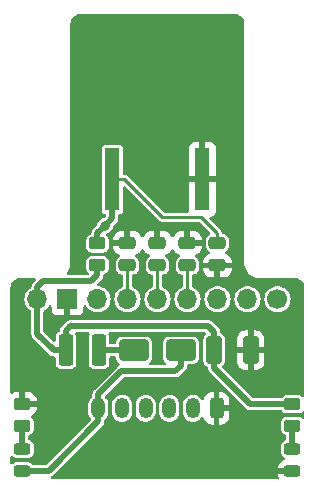
<source format=gbr>
%TF.GenerationSoftware,KiCad,Pcbnew,7.0.1*%
%TF.CreationDate,2023-05-06T15:32:37-03:00*%
%TF.ProjectId,Analog_Control,416e616c-6f67-45f4-936f-6e74726f6c2e,rev?*%
%TF.SameCoordinates,Original*%
%TF.FileFunction,Copper,L1,Top*%
%TF.FilePolarity,Positive*%
%FSLAX46Y46*%
G04 Gerber Fmt 4.6, Leading zero omitted, Abs format (unit mm)*
G04 Created by KiCad (PCBNEW 7.0.1) date 2023-05-06 15:32:37*
%MOMM*%
%LPD*%
G01*
G04 APERTURE LIST*
G04 Aperture macros list*
%AMRoundRect*
0 Rectangle with rounded corners*
0 $1 Rounding radius*
0 $2 $3 $4 $5 $6 $7 $8 $9 X,Y pos of 4 corners*
0 Add a 4 corners polygon primitive as box body*
4,1,4,$2,$3,$4,$5,$6,$7,$8,$9,$2,$3,0*
0 Add four circle primitives for the rounded corners*
1,1,$1+$1,$2,$3*
1,1,$1+$1,$4,$5*
1,1,$1+$1,$6,$7*
1,1,$1+$1,$8,$9*
0 Add four rect primitives between the rounded corners*
20,1,$1+$1,$2,$3,$4,$5,0*
20,1,$1+$1,$4,$5,$6,$7,0*
20,1,$1+$1,$6,$7,$8,$9,0*
20,1,$1+$1,$8,$9,$2,$3,0*%
G04 Aperture macros list end*
%TA.AperFunction,ComponentPad*%
%ADD10O,1.200000X1.750000*%
%TD*%
%TA.AperFunction,ComponentPad*%
%ADD11RoundRect,0.300000X-0.300000X-0.575000X0.300000X-0.575000X0.300000X0.575000X-0.300000X0.575000X0*%
%TD*%
%TA.AperFunction,SMDPad,CuDef*%
%ADD12RoundRect,0.250000X-0.412500X-0.925000X0.412500X-0.925000X0.412500X0.925000X-0.412500X0.925000X0*%
%TD*%
%TA.AperFunction,SMDPad,CuDef*%
%ADD13RoundRect,0.250000X-1.000000X-0.650000X1.000000X-0.650000X1.000000X0.650000X-1.000000X0.650000X0*%
%TD*%
%TA.AperFunction,SMDPad,CuDef*%
%ADD14RoundRect,0.243750X0.456250X-0.243750X0.456250X0.243750X-0.456250X0.243750X-0.456250X-0.243750X0*%
%TD*%
%TA.AperFunction,SMDPad,CuDef*%
%ADD15R,1.270000X5.334000*%
%TD*%
%TA.AperFunction,SMDPad,CuDef*%
%ADD16RoundRect,0.250000X0.475000X-0.250000X0.475000X0.250000X-0.475000X0.250000X-0.475000X-0.250000X0*%
%TD*%
%TA.AperFunction,SMDPad,CuDef*%
%ADD17RoundRect,0.250000X0.450000X-0.262500X0.450000X0.262500X-0.450000X0.262500X-0.450000X-0.262500X0*%
%TD*%
%TA.AperFunction,SMDPad,CuDef*%
%ADD18RoundRect,0.250000X-0.450000X0.262500X-0.450000X-0.262500X0.450000X-0.262500X0.450000X0.262500X0*%
%TD*%
%TA.AperFunction,ComponentPad*%
%ADD19C,1.700000*%
%TD*%
%TA.AperFunction,ComponentPad*%
%ADD20O,1.700000X1.700000*%
%TD*%
%TA.AperFunction,ComponentPad*%
%ADD21R,1.700000X1.700000*%
%TD*%
%TA.AperFunction,SMDPad,CuDef*%
%ADD22RoundRect,0.250000X0.375000X1.075000X-0.375000X1.075000X-0.375000X-1.075000X0.375000X-1.075000X0*%
%TD*%
%TA.AperFunction,SMDPad,CuDef*%
%ADD23RoundRect,0.250000X-0.475000X0.250000X-0.475000X-0.250000X0.475000X-0.250000X0.475000X0.250000X0*%
%TD*%
%TA.AperFunction,ViaPad*%
%ADD24C,0.800000*%
%TD*%
%TA.AperFunction,Conductor*%
%ADD25C,0.250000*%
%TD*%
%TA.AperFunction,Conductor*%
%ADD26C,0.500000*%
%TD*%
G04 APERTURE END LIST*
D10*
%TO.P,J1,1,Pin_1*%
%TO.N,VCC*%
X148670000Y-114644000D03*
%TO.P,J1,2,Pin_2*%
%TO.N,FLEX*%
X150670000Y-114644000D03*
%TO.P,J1,3,Pin_3*%
%TO.N,X_AXIS*%
X152670000Y-114644000D03*
%TO.P,J1,4,Pin_4*%
%TO.N,Y_AXIS*%
X154670000Y-114644000D03*
%TO.P,J1,5,Pin_5*%
%TO.N,Z_AXIS*%
X156670000Y-114644000D03*
D11*
%TO.P,J1,6,Pin_6*%
%TO.N,GND*%
X158670000Y-114644000D03*
%TD*%
D12*
%TO.P,C1,1*%
%TO.N,+5V*%
X158482500Y-109728000D03*
%TO.P,C1,2*%
%TO.N,GND*%
X161557500Y-109728000D03*
%TD*%
D13*
%TO.P,D2,1,K*%
%TO.N,Net-(D2-K)*%
X151670000Y-109728000D03*
%TO.P,D2,2,A*%
%TO.N,VCC*%
X155670000Y-109728000D03*
%TD*%
D14*
%TO.P,D3,1,K*%
%TO.N,VCC*%
X142240000Y-119960000D03*
%TO.P,D3,2,A*%
%TO.N,Net-(D3-A)*%
X142240000Y-118085000D03*
%TD*%
D15*
%TO.P,J3,1,Pin_1*%
%TO.N,FLEX*%
X149860000Y-95250000D03*
%TO.P,J3,4,Pin_4*%
%TO.N,GND*%
X157480000Y-95250000D03*
%TD*%
D16*
%TO.P,C3,1*%
%TO.N,Y_AXIS*%
X153670000Y-102550000D03*
%TO.P,C3,2*%
%TO.N,GND*%
X153670000Y-100650000D03*
%TD*%
D17*
%TO.P,R3,1*%
%TO.N,Net-(D3-A)*%
X142240000Y-116125000D03*
%TO.P,R3,2*%
%TO.N,GND*%
X142240000Y-114300000D03*
%TD*%
D18*
%TO.P,R2,1*%
%TO.N,+5V*%
X165100000Y-114300000D03*
%TO.P,R2,2*%
%TO.N,Net-(D1-A)*%
X165100000Y-116125000D03*
%TD*%
D19*
%TO.P,J2,1,Pin_1*%
%TO.N,unconnected-(J2-Pin_1-Pad1)*%
X163830000Y-105410000D03*
D20*
%TO.P,J2,2,Pin_2*%
%TO.N,unconnected-(J2-Pin_2-Pad2)*%
X161290000Y-105410000D03*
%TO.P,J2,3,Pin_3*%
%TO.N,unconnected-(J2-Pin_3-Pad3)*%
X158750000Y-105410000D03*
%TO.P,J2,4,Pin_4*%
%TO.N,Z_AXIS*%
X156210000Y-105410000D03*
%TO.P,J2,5,Pin_5*%
%TO.N,Y_AXIS*%
X153670000Y-105410000D03*
%TO.P,J2,6,Pin_6*%
%TO.N,X_AXIS*%
X151130000Y-105410000D03*
%TO.P,J2,7,Pin_7*%
%TO.N,unconnected-(J2-Pin_7-Pad7)*%
X148590000Y-105410000D03*
D21*
%TO.P,J2,8,Pin_8*%
%TO.N,GND*%
X146050000Y-105410000D03*
D20*
%TO.P,J2,9,Pin_9*%
%TO.N,+5V*%
X143510000Y-105410000D03*
%TD*%
D14*
%TO.P,D1,1,K*%
%TO.N,GND*%
X165100000Y-119960000D03*
%TO.P,D1,2,A*%
%TO.N,Net-(D1-A)*%
X165100000Y-118085000D03*
%TD*%
D22*
%TO.P,F1,1*%
%TO.N,Net-(D2-K)*%
X148720000Y-109728000D03*
%TO.P,F1,2*%
%TO.N,+5V*%
X145920000Y-109728000D03*
%TD*%
D16*
%TO.P,C2,1*%
%TO.N,X_AXIS*%
X151130000Y-102550000D03*
%TO.P,C2,2*%
%TO.N,GND*%
X151130000Y-100650000D03*
%TD*%
D17*
%TO.P,R1,1*%
%TO.N,+5V*%
X148590000Y-102512500D03*
%TO.P,R1,2*%
%TO.N,FLEX*%
X148590000Y-100687500D03*
%TD*%
D23*
%TO.P,C5,1*%
%TO.N,FLEX*%
X158750000Y-100650000D03*
%TO.P,C5,2*%
%TO.N,GND*%
X158750000Y-102550000D03*
%TD*%
D16*
%TO.P,C4,1*%
%TO.N,Z_AXIS*%
X156210000Y-102550000D03*
%TO.P,C4,2*%
%TO.N,GND*%
X156210000Y-100650000D03*
%TD*%
D24*
%TO.N,GND*%
X157480000Y-91643200D03*
X160375600Y-102565200D03*
X151130000Y-99263200D03*
X153670000Y-99263200D03*
X156210000Y-99263200D03*
X160020000Y-82296000D03*
X141986000Y-104394000D03*
X144678400Y-107188000D03*
X165354000Y-104394000D03*
X147320000Y-82296000D03*
X163144200Y-109728000D03*
%TO.N,FLEX*%
X149225000Y-99187000D03*
%TD*%
D25*
%TO.N,FLEX*%
X150876000Y-95250000D02*
X149860000Y-95250000D01*
X154076400Y-98450400D02*
X150876000Y-95250000D01*
X157378400Y-98450400D02*
X154076400Y-98450400D01*
X158750000Y-99822000D02*
X157378400Y-98450400D01*
X158750000Y-100650000D02*
X158750000Y-99822000D01*
D26*
%TO.N,+5V*%
X143510000Y-108356400D02*
X143510000Y-105410000D01*
X144881600Y-109728000D02*
X143510000Y-108356400D01*
X145920000Y-109728000D02*
X144881600Y-109728000D01*
X148590000Y-103378000D02*
X148590000Y-102512500D01*
X158482500Y-111238500D02*
X161544000Y-114300000D01*
X146304000Y-107696000D02*
X157988000Y-107696000D01*
X143510000Y-104394000D02*
X144018000Y-103886000D01*
X161544000Y-114300000D02*
X165100000Y-114300000D01*
X158482500Y-109728000D02*
X158482500Y-111238500D01*
X143510000Y-105410000D02*
X143510000Y-104394000D01*
X157988000Y-107696000D02*
X158482500Y-108190500D01*
X144018000Y-103886000D02*
X148082000Y-103886000D01*
X158482500Y-108190500D02*
X158482500Y-109728000D01*
X145920000Y-108080000D02*
X146304000Y-107696000D01*
X145920000Y-109728000D02*
X145920000Y-108080000D01*
X148082000Y-103886000D02*
X148590000Y-103378000D01*
D25*
%TO.N,X_AXIS*%
X151130000Y-102550000D02*
X151130000Y-105410000D01*
%TO.N,Y_AXIS*%
X153670000Y-102550000D02*
X153670000Y-105410000D01*
%TO.N,Z_AXIS*%
X156210000Y-102550000D02*
X156210000Y-105410000D01*
D26*
%TO.N,FLEX*%
X149860000Y-98552000D02*
X149860000Y-95250000D01*
X148590000Y-99822000D02*
X149225000Y-99187000D01*
X149225000Y-99187000D02*
X149860000Y-98552000D01*
X148590000Y-100687500D02*
X148590000Y-99822000D01*
%TO.N,Net-(D1-A)*%
X165100000Y-118085000D02*
X165100000Y-116125000D01*
%TO.N,Net-(D2-K)*%
X151670000Y-109728000D02*
X148720000Y-109728000D01*
%TO.N,VCC*%
X155670000Y-111030000D02*
X155670000Y-109728000D01*
X150622000Y-111506000D02*
X155194000Y-111506000D01*
X148670000Y-113458000D02*
X150622000Y-111506000D01*
X155194000Y-111506000D02*
X155670000Y-111030000D01*
X144454000Y-119960000D02*
X148670000Y-115744000D01*
X148670000Y-114644000D02*
X148670000Y-113458000D01*
X148670000Y-115744000D02*
X148670000Y-114644000D01*
X142240000Y-119960000D02*
X144454000Y-119960000D01*
%TO.N,Net-(D3-A)*%
X142240000Y-118085000D02*
X142240000Y-116125000D01*
%TD*%
%TA.AperFunction,Conductor*%
%TO.N,GND*%
G36*
X157714815Y-108215913D02*
G01*
X157760427Y-108258380D01*
X157780108Y-108317512D01*
X157769042Y-108378843D01*
X157729937Y-108427369D01*
X157709595Y-108442595D01*
X157622658Y-108558731D01*
X157571959Y-108694660D01*
X157565500Y-108754744D01*
X157565500Y-110701257D01*
X157571959Y-110761338D01*
X157622658Y-110897268D01*
X157709595Y-111013404D01*
X157770050Y-111058659D01*
X157825733Y-111100342D01*
X157894831Y-111126114D01*
X157935550Y-111150934D01*
X157964130Y-111189113D01*
X157976474Y-111235179D01*
X157977679Y-111252027D01*
X157978000Y-111261016D01*
X157978000Y-111274587D01*
X157979929Y-111288008D01*
X157980890Y-111296941D01*
X157984460Y-111346842D01*
X157986121Y-111351295D01*
X157992782Y-111377395D01*
X157993457Y-111382095D01*
X158014236Y-111427595D01*
X158017670Y-111435885D01*
X158029269Y-111466982D01*
X158035157Y-111482768D01*
X158038003Y-111486569D01*
X158051744Y-111509727D01*
X158053720Y-111514055D01*
X158053723Y-111514058D01*
X158086476Y-111551857D01*
X158092108Y-111558846D01*
X158100249Y-111569720D01*
X158109835Y-111579306D01*
X158115964Y-111585888D01*
X158148725Y-111623696D01*
X158152723Y-111626265D01*
X158173697Y-111643168D01*
X161139332Y-114608803D01*
X161156230Y-114629770D01*
X161158804Y-114633775D01*
X161196619Y-114666542D01*
X161203173Y-114672644D01*
X161212779Y-114682250D01*
X161223645Y-114690384D01*
X161230628Y-114696011D01*
X161268441Y-114728776D01*
X161268442Y-114728777D01*
X161272758Y-114730748D01*
X161295924Y-114744492D01*
X161299733Y-114747343D01*
X161346605Y-114764825D01*
X161354892Y-114768257D01*
X161400404Y-114789042D01*
X161405099Y-114789716D01*
X161431207Y-114796379D01*
X161435658Y-114798040D01*
X161485554Y-114801608D01*
X161494484Y-114802569D01*
X161507914Y-114804500D01*
X161507917Y-114804500D01*
X161521484Y-114804500D01*
X161530470Y-114804820D01*
X161580360Y-114808389D01*
X161585003Y-114807378D01*
X161611784Y-114804500D01*
X164137889Y-114804500D01*
X164194289Y-114817828D01*
X164238758Y-114854992D01*
X164289595Y-114922904D01*
X164405731Y-115009841D01*
X164405732Y-115009841D01*
X164405733Y-115009842D01*
X164541658Y-115060540D01*
X164601745Y-115067000D01*
X165598254Y-115066999D01*
X165598257Y-115066999D01*
X165624006Y-115064230D01*
X165658342Y-115060540D01*
X165794267Y-115009842D01*
X165910404Y-114922904D01*
X165910404Y-114922903D01*
X165913992Y-114920218D01*
X165978270Y-114895588D01*
X166045900Y-114908415D01*
X166096697Y-114954869D01*
X166115500Y-115021087D01*
X166115500Y-115403913D01*
X166096697Y-115470131D01*
X166045900Y-115516585D01*
X165978270Y-115529412D01*
X165913992Y-115504782D01*
X165794268Y-115415158D01*
X165658339Y-115364459D01*
X165598255Y-115358000D01*
X164601742Y-115358000D01*
X164541661Y-115364459D01*
X164405731Y-115415158D01*
X164289595Y-115502095D01*
X164202658Y-115618231D01*
X164151959Y-115754160D01*
X164145500Y-115814244D01*
X164145500Y-116435757D01*
X164151959Y-116495838D01*
X164202658Y-116631768D01*
X164289595Y-116747904D01*
X164405731Y-116834841D01*
X164405732Y-116834841D01*
X164405733Y-116834842D01*
X164513536Y-116875050D01*
X164556450Y-116901915D01*
X164585327Y-116943505D01*
X164595500Y-116993105D01*
X164595500Y-117239984D01*
X164585327Y-117289584D01*
X164556450Y-117331175D01*
X164513532Y-117358040D01*
X164402508Y-117399449D01*
X164287810Y-117485310D01*
X164201949Y-117600008D01*
X164151880Y-117734250D01*
X164145500Y-117793591D01*
X164145500Y-118376411D01*
X164151879Y-118435748D01*
X164201949Y-118569991D01*
X164287810Y-118684689D01*
X164402506Y-118770549D01*
X164402509Y-118770551D01*
X164410908Y-118773683D01*
X164461529Y-118808572D01*
X164489616Y-118863263D01*
X164488479Y-118924735D01*
X164458389Y-118978350D01*
X164406510Y-119011343D01*
X164327290Y-119037594D01*
X164179306Y-119128871D01*
X164056371Y-119251806D01*
X163965096Y-119399787D01*
X163910407Y-119564827D01*
X163900000Y-119666696D01*
X163900000Y-119710000D01*
X165224000Y-119710000D01*
X165287000Y-119726881D01*
X165333119Y-119773000D01*
X165350000Y-119836000D01*
X165350000Y-120084000D01*
X165333119Y-120147000D01*
X165287000Y-120193119D01*
X165224000Y-120210000D01*
X163900000Y-120210000D01*
X163900000Y-120253304D01*
X163910407Y-120355172D01*
X163953052Y-120483867D01*
X163957981Y-120542668D01*
X163935598Y-120597264D01*
X163890813Y-120635684D01*
X163833447Y-120649500D01*
X144747391Y-120649500D01*
X144680791Y-120630460D01*
X144634319Y-120579093D01*
X144622020Y-120510925D01*
X144647612Y-120446558D01*
X144684575Y-120419297D01*
X144683758Y-120418205D01*
X144698264Y-120407343D01*
X144698267Y-120407343D01*
X144702070Y-120404495D01*
X144725238Y-120390749D01*
X144729558Y-120388777D01*
X144767364Y-120356016D01*
X144774343Y-120350392D01*
X144785221Y-120342250D01*
X144794831Y-120332639D01*
X144801370Y-120326550D01*
X144839196Y-120293775D01*
X144841767Y-120289773D01*
X144858665Y-120268804D01*
X148978804Y-116148665D01*
X148999773Y-116131767D01*
X149003775Y-116129196D01*
X149036550Y-116091370D01*
X149042639Y-116084831D01*
X149052250Y-116075221D01*
X149060386Y-116064351D01*
X149066010Y-116057371D01*
X149098777Y-116019558D01*
X149100751Y-116015234D01*
X149114498Y-115992064D01*
X149117342Y-115988267D01*
X149134819Y-115941404D01*
X149138256Y-115933109D01*
X149159041Y-115887598D01*
X149159040Y-115887598D01*
X149159042Y-115887596D01*
X149159716Y-115882901D01*
X149166380Y-115856789D01*
X149168040Y-115852342D01*
X149171608Y-115802439D01*
X149172567Y-115793523D01*
X149174500Y-115780083D01*
X149174500Y-115766516D01*
X149174821Y-115757528D01*
X149175559Y-115747209D01*
X149178389Y-115707640D01*
X149177378Y-115702996D01*
X149174500Y-115676216D01*
X149174500Y-115669921D01*
X149186145Y-115617015D01*
X149218929Y-115573889D01*
X149294020Y-115510106D01*
X149332770Y-115459131D01*
X149406502Y-115362139D01*
X149484545Y-115193452D01*
X149524500Y-115011933D01*
X149524500Y-114965336D01*
X149815500Y-114965336D01*
X149830556Y-115103774D01*
X149889902Y-115279909D01*
X149961041Y-115398143D01*
X149985727Y-115439171D01*
X150071208Y-115529412D01*
X150113547Y-115574109D01*
X150267383Y-115678412D01*
X150267384Y-115678412D01*
X150267385Y-115678413D01*
X150440049Y-115747209D01*
X150530375Y-115762017D01*
X150623464Y-115777278D01*
X150623464Y-115777277D01*
X150623465Y-115777278D01*
X150809058Y-115767216D01*
X150988148Y-115717492D01*
X151152362Y-115630431D01*
X151294021Y-115510105D01*
X151406502Y-115362139D01*
X151484545Y-115193452D01*
X151524500Y-115011933D01*
X151524500Y-114965336D01*
X151815500Y-114965336D01*
X151830556Y-115103774D01*
X151889902Y-115279909D01*
X151961041Y-115398143D01*
X151985727Y-115439171D01*
X152071208Y-115529412D01*
X152113547Y-115574109D01*
X152267383Y-115678412D01*
X152267384Y-115678412D01*
X152267385Y-115678413D01*
X152440049Y-115747209D01*
X152530375Y-115762017D01*
X152623464Y-115777278D01*
X152623464Y-115777277D01*
X152623465Y-115777278D01*
X152809058Y-115767216D01*
X152988148Y-115717492D01*
X153152362Y-115630431D01*
X153294021Y-115510105D01*
X153406502Y-115362139D01*
X153484545Y-115193452D01*
X153524500Y-115011933D01*
X153524500Y-114965336D01*
X153815500Y-114965336D01*
X153830556Y-115103774D01*
X153889902Y-115279909D01*
X153961041Y-115398143D01*
X153985727Y-115439171D01*
X154071208Y-115529412D01*
X154113547Y-115574109D01*
X154267383Y-115678412D01*
X154267384Y-115678412D01*
X154267385Y-115678413D01*
X154440049Y-115747209D01*
X154530375Y-115762017D01*
X154623464Y-115777278D01*
X154623464Y-115777277D01*
X154623465Y-115777278D01*
X154809058Y-115767216D01*
X154988148Y-115717492D01*
X155152362Y-115630431D01*
X155294021Y-115510105D01*
X155406502Y-115362139D01*
X155484545Y-115193452D01*
X155524500Y-115011933D01*
X155524500Y-114965336D01*
X155815500Y-114965336D01*
X155830556Y-115103774D01*
X155889902Y-115279909D01*
X155961041Y-115398143D01*
X155985727Y-115439171D01*
X156071208Y-115529412D01*
X156113547Y-115574109D01*
X156267383Y-115678412D01*
X156267384Y-115678412D01*
X156267385Y-115678413D01*
X156440049Y-115747209D01*
X156530375Y-115762017D01*
X156623464Y-115777278D01*
X156623464Y-115777277D01*
X156623465Y-115777278D01*
X156809058Y-115767216D01*
X156988148Y-115717492D01*
X157152362Y-115630431D01*
X157294021Y-115510105D01*
X157378362Y-115399156D01*
X157431691Y-115358495D01*
X157498331Y-115350954D01*
X157559400Y-115378671D01*
X157597597Y-115433795D01*
X157644662Y-115568302D01*
X157740577Y-115720949D01*
X157868050Y-115848422D01*
X158020694Y-115944335D01*
X158190856Y-116003876D01*
X158325077Y-116019000D01*
X158420000Y-116019000D01*
X158420000Y-114894000D01*
X158920000Y-114894000D01*
X158920000Y-116019000D01*
X159014923Y-116019000D01*
X159149143Y-116003876D01*
X159319305Y-115944335D01*
X159471949Y-115848422D01*
X159599422Y-115720949D01*
X159695335Y-115568305D01*
X159754876Y-115398143D01*
X159770000Y-115263923D01*
X159770000Y-114894000D01*
X158920000Y-114894000D01*
X158420000Y-114894000D01*
X158420000Y-113269000D01*
X158920000Y-113269000D01*
X158920000Y-114394000D01*
X159770000Y-114394000D01*
X159770000Y-114024077D01*
X159754876Y-113889856D01*
X159695335Y-113719694D01*
X159599422Y-113567050D01*
X159471949Y-113439577D01*
X159319305Y-113343664D01*
X159149143Y-113284123D01*
X159014923Y-113269000D01*
X158920000Y-113269000D01*
X158420000Y-113269000D01*
X158325077Y-113269000D01*
X158190856Y-113284123D01*
X158020694Y-113343664D01*
X157868050Y-113439577D01*
X157740577Y-113567050D01*
X157644662Y-113719697D01*
X157597909Y-113853313D01*
X157557062Y-113910588D01*
X157491875Y-113937036D01*
X157422669Y-113924415D01*
X157371018Y-113876660D01*
X157354273Y-113848829D01*
X157226454Y-113713892D01*
X157226453Y-113713891D01*
X157226452Y-113713890D01*
X157072616Y-113609587D01*
X156899949Y-113540790D01*
X156716535Y-113510721D01*
X156530941Y-113520784D01*
X156351853Y-113570507D01*
X156187636Y-113657569D01*
X156045979Y-113777893D01*
X155933498Y-113925860D01*
X155855454Y-114094551D01*
X155815500Y-114276066D01*
X155815500Y-114965336D01*
X155524500Y-114965336D01*
X155524500Y-114322668D01*
X155509443Y-114184225D01*
X155450097Y-114008090D01*
X155371016Y-113876657D01*
X155354273Y-113848829D01*
X155226454Y-113713892D01*
X155226453Y-113713891D01*
X155226452Y-113713890D01*
X155072616Y-113609587D01*
X154899949Y-113540790D01*
X154716535Y-113510721D01*
X154530941Y-113520784D01*
X154351853Y-113570507D01*
X154187636Y-113657569D01*
X154045979Y-113777893D01*
X153933498Y-113925860D01*
X153855454Y-114094551D01*
X153815500Y-114276066D01*
X153815500Y-114965336D01*
X153524500Y-114965336D01*
X153524500Y-114322668D01*
X153509443Y-114184225D01*
X153450097Y-114008090D01*
X153371016Y-113876657D01*
X153354273Y-113848829D01*
X153226454Y-113713892D01*
X153226453Y-113713891D01*
X153226452Y-113713890D01*
X153072616Y-113609587D01*
X152899949Y-113540790D01*
X152716535Y-113510721D01*
X152530941Y-113520784D01*
X152351853Y-113570507D01*
X152187636Y-113657569D01*
X152045979Y-113777893D01*
X151933498Y-113925860D01*
X151855454Y-114094551D01*
X151815500Y-114276066D01*
X151815500Y-114965336D01*
X151524500Y-114965336D01*
X151524500Y-114322668D01*
X151509443Y-114184225D01*
X151450097Y-114008090D01*
X151371016Y-113876657D01*
X151354273Y-113848829D01*
X151226454Y-113713892D01*
X151226453Y-113713891D01*
X151226452Y-113713890D01*
X151072616Y-113609587D01*
X150899949Y-113540790D01*
X150716535Y-113510721D01*
X150530941Y-113520784D01*
X150351853Y-113570507D01*
X150187636Y-113657569D01*
X150045979Y-113777893D01*
X149933498Y-113925860D01*
X149855454Y-114094551D01*
X149815500Y-114276066D01*
X149815500Y-114965336D01*
X149524500Y-114965336D01*
X149524500Y-114322668D01*
X149509443Y-114184225D01*
X149450097Y-114008090D01*
X149371016Y-113876657D01*
X149354273Y-113848829D01*
X149262688Y-113752144D01*
X149231889Y-113695903D01*
X149232758Y-113631786D01*
X149265068Y-113576402D01*
X150794065Y-112047405D01*
X150834943Y-112020091D01*
X150883161Y-112010500D01*
X155126216Y-112010500D01*
X155152996Y-112013378D01*
X155157640Y-112014389D01*
X155207529Y-112010820D01*
X155216516Y-112010500D01*
X155230080Y-112010500D01*
X155230083Y-112010500D01*
X155243523Y-112008567D01*
X155252439Y-112007608D01*
X155302342Y-112004040D01*
X155306792Y-112002379D01*
X155332900Y-111995716D01*
X155337596Y-111995042D01*
X155383099Y-111974260D01*
X155391373Y-111970832D01*
X155438267Y-111953343D01*
X155442070Y-111950495D01*
X155465238Y-111936749D01*
X155469558Y-111934777D01*
X155507364Y-111902016D01*
X155514343Y-111896392D01*
X155525221Y-111888250D01*
X155534831Y-111878639D01*
X155541370Y-111872550D01*
X155579196Y-111839775D01*
X155581767Y-111835773D01*
X155598665Y-111814804D01*
X155978804Y-111434665D01*
X155999773Y-111417767D01*
X156003775Y-111415196D01*
X156036550Y-111377370D01*
X156042639Y-111370831D01*
X156052250Y-111361221D01*
X156060392Y-111350343D01*
X156066016Y-111343364D01*
X156098777Y-111305558D01*
X156100749Y-111301238D01*
X156114495Y-111278070D01*
X156117343Y-111274267D01*
X156134832Y-111227373D01*
X156138260Y-111219099D01*
X156159042Y-111173596D01*
X156159716Y-111168900D01*
X156166384Y-111142780D01*
X156167440Y-111139950D01*
X156168040Y-111138342D01*
X156171608Y-111088444D01*
X156172570Y-111079503D01*
X156174500Y-111066085D01*
X156174500Y-111052527D01*
X156174821Y-111043538D01*
X156177970Y-110999510D01*
X156197651Y-110940378D01*
X156243264Y-110897911D01*
X156303649Y-110882499D01*
X156718258Y-110882499D01*
X156748297Y-110879269D01*
X156778342Y-110876040D01*
X156914267Y-110825342D01*
X157030404Y-110738404D01*
X157117342Y-110622267D01*
X157168040Y-110486342D01*
X157174500Y-110426255D01*
X157174499Y-109029746D01*
X157168040Y-108969658D01*
X157117342Y-108833733D01*
X157117341Y-108833731D01*
X157030404Y-108717595D01*
X156914268Y-108630658D01*
X156778339Y-108579959D01*
X156718255Y-108573500D01*
X154621742Y-108573500D01*
X154561661Y-108579959D01*
X154425731Y-108630658D01*
X154309595Y-108717595D01*
X154222658Y-108833731D01*
X154171959Y-108969660D01*
X154165500Y-109029744D01*
X154165500Y-110426257D01*
X154171959Y-110486338D01*
X154222658Y-110622268D01*
X154309595Y-110738404D01*
X154357990Y-110774631D01*
X154397095Y-110823157D01*
X154408161Y-110884488D01*
X154388480Y-110943620D01*
X154342868Y-110986087D01*
X154282482Y-111001500D01*
X153057518Y-111001500D01*
X152997132Y-110986087D01*
X152951520Y-110943620D01*
X152931839Y-110884488D01*
X152942905Y-110823157D01*
X152982010Y-110774631D01*
X153030404Y-110738404D01*
X153056926Y-110702974D01*
X153117342Y-110622267D01*
X153168040Y-110486342D01*
X153174500Y-110426255D01*
X153174499Y-109029746D01*
X153168040Y-108969658D01*
X153117342Y-108833733D01*
X153117341Y-108833731D01*
X153030404Y-108717595D01*
X152914268Y-108630658D01*
X152778339Y-108579959D01*
X152718255Y-108573500D01*
X150621742Y-108573500D01*
X150561661Y-108579959D01*
X150425731Y-108630658D01*
X150309595Y-108717595D01*
X150222658Y-108833731D01*
X150171959Y-108969660D01*
X150165500Y-109029745D01*
X150165500Y-109097500D01*
X150148619Y-109160500D01*
X150102500Y-109206619D01*
X150039500Y-109223500D01*
X149725499Y-109223500D01*
X149662499Y-109206619D01*
X149616380Y-109160500D01*
X149599499Y-109097500D01*
X149599499Y-108604742D01*
X149594023Y-108553803D01*
X149593040Y-108544658D01*
X149542342Y-108408733D01*
X149540227Y-108405908D01*
X149537308Y-108402008D01*
X149512678Y-108337730D01*
X149525505Y-108270100D01*
X149571959Y-108219303D01*
X149638177Y-108200500D01*
X157654429Y-108200500D01*
X157714815Y-108215913D01*
G37*
%TD.AperFunction*%
%TA.AperFunction,Conductor*%
G36*
X143311040Y-103646233D02*
G01*
X143355773Y-103684439D01*
X143378286Y-103738790D01*
X143373670Y-103797436D01*
X143342932Y-103847596D01*
X143201191Y-103989336D01*
X143180223Y-104006234D01*
X143176225Y-104008803D01*
X143143469Y-104046605D01*
X143137347Y-104053181D01*
X143127748Y-104062780D01*
X143119612Y-104073648D01*
X143113976Y-104080642D01*
X143081222Y-104118442D01*
X143079246Y-104122770D01*
X143065511Y-104145918D01*
X143062657Y-104149730D01*
X143045172Y-104196607D01*
X143041733Y-104204911D01*
X143020957Y-104250405D01*
X143020281Y-104255110D01*
X143013624Y-104281194D01*
X143011960Y-104285654D01*
X143008391Y-104335548D01*
X143007431Y-104344477D01*
X143004219Y-104366830D01*
X143002019Y-104366513D01*
X142989577Y-104414423D01*
X142945831Y-104460238D01*
X142841539Y-104524813D01*
X142690267Y-104662716D01*
X142566910Y-104826066D01*
X142475672Y-105009297D01*
X142419654Y-105206180D01*
X142400767Y-105410000D01*
X142419654Y-105613819D01*
X142475672Y-105810702D01*
X142566910Y-105993933D01*
X142627314Y-106073920D01*
X142690268Y-106157285D01*
X142841538Y-106295186D01*
X142945832Y-106359762D01*
X142989576Y-106405576D01*
X143005500Y-106466888D01*
X143005500Y-108288616D01*
X143002621Y-108315397D01*
X143001611Y-108320039D01*
X143005179Y-108369928D01*
X143005500Y-108378916D01*
X143005500Y-108392487D01*
X143007429Y-108405908D01*
X143008390Y-108414841D01*
X143011960Y-108464742D01*
X143013621Y-108469195D01*
X143020282Y-108495295D01*
X143020957Y-108499995D01*
X143041736Y-108545495D01*
X143045170Y-108553785D01*
X143054933Y-108579959D01*
X143062657Y-108600668D01*
X143065503Y-108604469D01*
X143079244Y-108627627D01*
X143081220Y-108631955D01*
X143081223Y-108631958D01*
X143113976Y-108669757D01*
X143119608Y-108676746D01*
X143127749Y-108687620D01*
X143137335Y-108697206D01*
X143143464Y-108703788D01*
X143176225Y-108741596D01*
X143180223Y-108744165D01*
X143201197Y-108761068D01*
X144476932Y-110036803D01*
X144493830Y-110057770D01*
X144496404Y-110061775D01*
X144534219Y-110094542D01*
X144540773Y-110100644D01*
X144550379Y-110110250D01*
X144561248Y-110118387D01*
X144568227Y-110124011D01*
X144606042Y-110156777D01*
X144610366Y-110158751D01*
X144633531Y-110172496D01*
X144637332Y-110175342D01*
X144684184Y-110192816D01*
X144692499Y-110196259D01*
X144738004Y-110217042D01*
X144742699Y-110217716D01*
X144768805Y-110224379D01*
X144773258Y-110226040D01*
X144823154Y-110229608D01*
X144832084Y-110230569D01*
X144845514Y-110232500D01*
X144845517Y-110232500D01*
X144859084Y-110232500D01*
X144868070Y-110232820D01*
X144917960Y-110236389D01*
X144917961Y-110236388D01*
X144923489Y-110236784D01*
X144982621Y-110256465D01*
X145025088Y-110302077D01*
X145040501Y-110362463D01*
X145040501Y-110851258D01*
X145046959Y-110911338D01*
X145097658Y-111047268D01*
X145184595Y-111163404D01*
X145300731Y-111250341D01*
X145300732Y-111250341D01*
X145300733Y-111250342D01*
X145436658Y-111301040D01*
X145496745Y-111307500D01*
X146343254Y-111307499D01*
X146343257Y-111307499D01*
X146369005Y-111304730D01*
X146403342Y-111301040D01*
X146539267Y-111250342D01*
X146655404Y-111163404D01*
X146742342Y-111047267D01*
X146793040Y-110911342D01*
X146799500Y-110851255D01*
X146799499Y-108604746D01*
X146799469Y-108604469D01*
X146794023Y-108553803D01*
X146793040Y-108544658D01*
X146742342Y-108408733D01*
X146740227Y-108405908D01*
X146737308Y-108402008D01*
X146712678Y-108337730D01*
X146725505Y-108270100D01*
X146771959Y-108219303D01*
X146838177Y-108200500D01*
X147801823Y-108200500D01*
X147868041Y-108219303D01*
X147914495Y-108270100D01*
X147927322Y-108337730D01*
X147902692Y-108402008D01*
X147897658Y-108408731D01*
X147846959Y-108544660D01*
X147840500Y-108604744D01*
X147840500Y-110851257D01*
X147846959Y-110911338D01*
X147897658Y-111047268D01*
X147984595Y-111163404D01*
X148100731Y-111250341D01*
X148100732Y-111250341D01*
X148100733Y-111250342D01*
X148236658Y-111301040D01*
X148296745Y-111307500D01*
X149143254Y-111307499D01*
X149143257Y-111307499D01*
X149169005Y-111304730D01*
X149203342Y-111301040D01*
X149339267Y-111250342D01*
X149455404Y-111163404D01*
X149542342Y-111047267D01*
X149593040Y-110911342D01*
X149599500Y-110851255D01*
X149599500Y-110358500D01*
X149616381Y-110295500D01*
X149662500Y-110249381D01*
X149725500Y-110232500D01*
X150039501Y-110232500D01*
X150102501Y-110249381D01*
X150148620Y-110295500D01*
X150165501Y-110358500D01*
X150165501Y-110426258D01*
X150171959Y-110486338D01*
X150222658Y-110622268D01*
X150309595Y-110738404D01*
X150433068Y-110830833D01*
X150473968Y-110883483D01*
X150482278Y-110949632D01*
X150455670Y-111010762D01*
X150401596Y-111049756D01*
X150394168Y-111052527D01*
X150377728Y-111058659D01*
X150373918Y-111061511D01*
X150350770Y-111075246D01*
X150346442Y-111077222D01*
X150308642Y-111109976D01*
X150301648Y-111115612D01*
X150290780Y-111123748D01*
X150281181Y-111133347D01*
X150274605Y-111139469D01*
X150236804Y-111172224D01*
X150234232Y-111176227D01*
X150217333Y-111197194D01*
X148361194Y-113053333D01*
X148340227Y-113070232D01*
X148336224Y-113072804D01*
X148303469Y-113110605D01*
X148297347Y-113117181D01*
X148287748Y-113126780D01*
X148279612Y-113137648D01*
X148273976Y-113144642D01*
X148241222Y-113182442D01*
X148239246Y-113186770D01*
X148225511Y-113209918D01*
X148222657Y-113213730D01*
X148205172Y-113260607D01*
X148201733Y-113268911D01*
X148180957Y-113314405D01*
X148180281Y-113319110D01*
X148173624Y-113345194D01*
X148171960Y-113349654D01*
X148168391Y-113399548D01*
X148167431Y-113408477D01*
X148165500Y-113421915D01*
X148165500Y-113435484D01*
X148165179Y-113444472D01*
X148161611Y-113494360D01*
X148162621Y-113499003D01*
X148165500Y-113525784D01*
X148165500Y-113618079D01*
X148153855Y-113670985D01*
X148121071Y-113714111D01*
X148045979Y-113777893D01*
X147933498Y-113925860D01*
X147855454Y-114094551D01*
X147815500Y-114276066D01*
X147815500Y-114965336D01*
X147830556Y-115103774D01*
X147889902Y-115279909D01*
X147940775Y-115364460D01*
X147982492Y-115433795D01*
X147985728Y-115439172D01*
X148035474Y-115491688D01*
X148066275Y-115547929D01*
X148065406Y-115612047D01*
X148033094Y-115667433D01*
X144281934Y-119418595D01*
X144241057Y-119445909D01*
X144192839Y-119455500D01*
X143186518Y-119455500D01*
X143130118Y-119442172D01*
X143085650Y-119405009D01*
X143052189Y-119360310D01*
X142937491Y-119274449D01*
X142876782Y-119251806D01*
X142803250Y-119224380D01*
X142743908Y-119218000D01*
X141736088Y-119218000D01*
X141676751Y-119224379D01*
X141542508Y-119274449D01*
X141426009Y-119361659D01*
X141361730Y-119386290D01*
X141294100Y-119373463D01*
X141243303Y-119327009D01*
X141224500Y-119260791D01*
X141224500Y-118784209D01*
X141243303Y-118717991D01*
X141294100Y-118671537D01*
X141361730Y-118658710D01*
X141426009Y-118683341D01*
X141472297Y-118717991D01*
X141542509Y-118770551D01*
X141676750Y-118820620D01*
X141736091Y-118827000D01*
X142743908Y-118826999D01*
X142743911Y-118826999D01*
X142779513Y-118823171D01*
X142803250Y-118820620D01*
X142937491Y-118770551D01*
X143052189Y-118684689D01*
X143138051Y-118569991D01*
X143188120Y-118435750D01*
X143194500Y-118376409D01*
X143194499Y-117793592D01*
X143188120Y-117734250D01*
X143138051Y-117600009D01*
X143071637Y-117511290D01*
X143052189Y-117485310D01*
X142937491Y-117399449D01*
X142826468Y-117358040D01*
X142783550Y-117331175D01*
X142754673Y-117289584D01*
X142744500Y-117239984D01*
X142744500Y-116993106D01*
X142754673Y-116943506D01*
X142783550Y-116901916D01*
X142826467Y-116875051D01*
X142934265Y-116834843D01*
X142934265Y-116834842D01*
X142934267Y-116834842D01*
X143050404Y-116747904D01*
X143137342Y-116631767D01*
X143188040Y-116495842D01*
X143194500Y-116435755D01*
X143194499Y-115814246D01*
X143188040Y-115754158D01*
X143137342Y-115618233D01*
X143137341Y-115618231D01*
X143050404Y-115502095D01*
X142993009Y-115459131D01*
X142954606Y-115412116D01*
X142942644Y-115352600D01*
X142959901Y-115294398D01*
X143002371Y-115251021D01*
X143158346Y-115154815D01*
X143282314Y-115030847D01*
X143374359Y-114881619D01*
X143429505Y-114715199D01*
X143440000Y-114612475D01*
X143440000Y-114550000D01*
X142116000Y-114550000D01*
X142053000Y-114533119D01*
X142006881Y-114487000D01*
X141990000Y-114424000D01*
X141990000Y-113287501D01*
X141740026Y-113287501D01*
X141637300Y-113297994D01*
X141470881Y-113353140D01*
X141416647Y-113386593D01*
X141353249Y-113405322D01*
X141289094Y-113389376D01*
X141241842Y-113343144D01*
X141226715Y-113287500D01*
X142490000Y-113287500D01*
X142490000Y-114050000D01*
X143439999Y-114050000D01*
X143439999Y-113987526D01*
X143429505Y-113884800D01*
X143374359Y-113718380D01*
X143282314Y-113569152D01*
X143158347Y-113445185D01*
X143009119Y-113353140D01*
X142842699Y-113297994D01*
X142739975Y-113287500D01*
X142490000Y-113287500D01*
X141226715Y-113287500D01*
X141224500Y-113279352D01*
X141224500Y-104400187D01*
X141225107Y-104387838D01*
X141228054Y-104357917D01*
X141237916Y-104257782D01*
X141242731Y-104233572D01*
X141278865Y-104114455D01*
X141288315Y-104091644D01*
X141294196Y-104080642D01*
X141346989Y-103981871D01*
X141360701Y-103961349D01*
X141439670Y-103865124D01*
X141457124Y-103847670D01*
X141553349Y-103768701D01*
X141573871Y-103754989D01*
X141683644Y-103696314D01*
X141706455Y-103686865D01*
X141825572Y-103650731D01*
X141849782Y-103645916D01*
X141962756Y-103634789D01*
X141979838Y-103633107D01*
X141992187Y-103632500D01*
X142030875Y-103632500D01*
X143253837Y-103632500D01*
X143311040Y-103646233D01*
G37*
%TD.AperFunction*%
%TA.AperFunction,Conductor*%
G36*
X160280162Y-81281106D02*
G01*
X160410217Y-81293916D01*
X160434429Y-81298732D01*
X160553540Y-81334864D01*
X160576355Y-81344315D01*
X160686124Y-81402987D01*
X160706655Y-81416704D01*
X160802869Y-81495665D01*
X160820333Y-81513129D01*
X160899293Y-81609342D01*
X160913012Y-81629875D01*
X160971684Y-81739644D01*
X160981136Y-81762462D01*
X161017265Y-81881561D01*
X161022084Y-81905788D01*
X161034893Y-82035837D01*
X161035500Y-82048187D01*
X161035500Y-92430933D01*
X161035500Y-102317125D01*
X161035500Y-102362000D01*
X161035500Y-102461991D01*
X161066784Y-102659510D01*
X161066785Y-102659512D01*
X161128579Y-102849700D01*
X161219371Y-103027889D01*
X161336919Y-103189678D01*
X161478321Y-103331080D01*
X161640110Y-103448628D01*
X161818299Y-103539420D01*
X161850859Y-103549999D01*
X162008490Y-103601216D01*
X162206009Y-103632500D01*
X162280933Y-103632500D01*
X162306000Y-103632500D01*
X162350875Y-103632500D01*
X165309125Y-103632500D01*
X165347813Y-103632500D01*
X165360162Y-103633106D01*
X165490217Y-103645916D01*
X165514429Y-103650732D01*
X165633540Y-103686864D01*
X165656355Y-103696315D01*
X165766124Y-103754987D01*
X165786655Y-103768704D01*
X165882785Y-103847596D01*
X165882869Y-103847665D01*
X165900333Y-103865129D01*
X165979293Y-103961342D01*
X165993012Y-103981875D01*
X166051684Y-104091644D01*
X166061136Y-104114462D01*
X166097265Y-104233561D01*
X166102084Y-104257788D01*
X166114893Y-104387837D01*
X166115500Y-104400187D01*
X166115500Y-113578913D01*
X166096697Y-113645131D01*
X166045900Y-113691585D01*
X165978270Y-113704412D01*
X165913992Y-113679782D01*
X165794268Y-113590158D01*
X165691207Y-113551718D01*
X165658342Y-113539460D01*
X165658341Y-113539459D01*
X165658339Y-113539459D01*
X165598255Y-113533000D01*
X164601742Y-113533000D01*
X164541661Y-113539459D01*
X164541658Y-113539459D01*
X164541658Y-113539460D01*
X164522966Y-113546431D01*
X164405731Y-113590158D01*
X164289595Y-113677095D01*
X164238758Y-113745008D01*
X164194289Y-113782172D01*
X164137889Y-113795500D01*
X161805161Y-113795500D01*
X161756943Y-113785909D01*
X161716066Y-113758595D01*
X159195506Y-111238035D01*
X159166545Y-111192972D01*
X159158922Y-111139950D01*
X159174014Y-111088553D01*
X159209094Y-111048071D01*
X159255403Y-111013405D01*
X159303142Y-110949632D01*
X159342342Y-110897267D01*
X159393040Y-110761342D01*
X159399500Y-110701255D01*
X159399499Y-109978000D01*
X160395001Y-109978000D01*
X160395001Y-110702974D01*
X160405494Y-110805699D01*
X160460640Y-110972119D01*
X160552685Y-111121347D01*
X160676652Y-111245314D01*
X160825880Y-111337359D01*
X160992300Y-111392505D01*
X161095025Y-111403000D01*
X161307500Y-111403000D01*
X161307500Y-109978000D01*
X161807500Y-109978000D01*
X161807500Y-111402999D01*
X162019974Y-111402999D01*
X162122699Y-111392505D01*
X162289119Y-111337359D01*
X162438347Y-111245314D01*
X162562314Y-111121347D01*
X162654359Y-110972119D01*
X162709505Y-110805699D01*
X162720000Y-110702975D01*
X162720000Y-109978000D01*
X161807500Y-109978000D01*
X161307500Y-109978000D01*
X160395001Y-109978000D01*
X159399499Y-109978000D01*
X159399499Y-109478000D01*
X160395000Y-109478000D01*
X161307500Y-109478000D01*
X161307500Y-108053001D01*
X161095026Y-108053001D01*
X160992300Y-108063494D01*
X160825880Y-108118640D01*
X160676652Y-108210685D01*
X160552685Y-108334652D01*
X160460640Y-108483880D01*
X160405494Y-108650300D01*
X160395000Y-108753025D01*
X160395000Y-109478000D01*
X159399499Y-109478000D01*
X159399499Y-108754746D01*
X159399314Y-108753026D01*
X159394021Y-108703788D01*
X159393040Y-108694658D01*
X159342342Y-108558733D01*
X159342341Y-108558731D01*
X159255404Y-108442595D01*
X159139268Y-108355658D01*
X159107017Y-108343629D01*
X159072154Y-108330625D01*
X159031433Y-108305804D01*
X159002853Y-108267625D01*
X158990511Y-108221561D01*
X158987321Y-108176960D01*
X158987000Y-108167973D01*
X158987000Y-108154416D01*
X158985070Y-108140998D01*
X158984108Y-108132060D01*
X158980540Y-108082158D01*
X158978882Y-108077713D01*
X158972574Y-108053000D01*
X161807500Y-108053000D01*
X161807500Y-109478000D01*
X162719999Y-109478000D01*
X162719999Y-108753026D01*
X162709505Y-108650300D01*
X162654359Y-108483880D01*
X162562314Y-108334652D01*
X162438347Y-108210685D01*
X162289119Y-108118640D01*
X162122699Y-108063494D01*
X162019975Y-108053000D01*
X161807500Y-108053000D01*
X158972574Y-108053000D01*
X158972216Y-108051596D01*
X158971542Y-108046904D01*
X158950757Y-108001392D01*
X158947321Y-107993095D01*
X158929843Y-107946233D01*
X158926992Y-107942424D01*
X158913248Y-107919258D01*
X158911277Y-107914942D01*
X158878511Y-107877128D01*
X158872884Y-107870145D01*
X158864750Y-107859279D01*
X158855144Y-107849673D01*
X158849042Y-107843119D01*
X158816275Y-107805304D01*
X158812270Y-107802730D01*
X158791303Y-107785832D01*
X158392668Y-107387197D01*
X158375765Y-107366223D01*
X158373196Y-107362225D01*
X158335388Y-107329464D01*
X158328806Y-107323335D01*
X158319220Y-107313749D01*
X158308346Y-107305608D01*
X158301357Y-107299976D01*
X158263558Y-107267223D01*
X158263555Y-107267220D01*
X158259227Y-107265244D01*
X158236069Y-107251503D01*
X158232268Y-107248657D01*
X158216482Y-107242769D01*
X158185385Y-107231170D01*
X158177095Y-107227736D01*
X158131595Y-107206957D01*
X158126895Y-107206282D01*
X158100795Y-107199621D01*
X158096342Y-107197960D01*
X158046441Y-107194390D01*
X158037508Y-107193429D01*
X158024087Y-107191500D01*
X158024083Y-107191500D01*
X158010516Y-107191500D01*
X158001529Y-107191179D01*
X157951640Y-107187611D01*
X157951639Y-107187611D01*
X157946997Y-107188621D01*
X157920216Y-107191500D01*
X146371784Y-107191500D01*
X146345003Y-107188621D01*
X146340360Y-107187611D01*
X146290470Y-107191179D01*
X146281484Y-107191500D01*
X146267915Y-107191500D01*
X146254477Y-107193431D01*
X146245548Y-107194391D01*
X146195654Y-107197960D01*
X146191194Y-107199624D01*
X146165110Y-107206281D01*
X146160405Y-107206957D01*
X146114911Y-107227733D01*
X146106607Y-107231172D01*
X146059730Y-107248657D01*
X146055918Y-107251511D01*
X146032770Y-107265246D01*
X146028442Y-107267222D01*
X145990642Y-107299976D01*
X145983648Y-107305612D01*
X145972780Y-107313748D01*
X145963181Y-107323347D01*
X145956605Y-107329469D01*
X145918804Y-107362224D01*
X145916688Y-107365517D01*
X145916235Y-107366223D01*
X145916232Y-107366227D01*
X145899333Y-107387194D01*
X145611194Y-107675333D01*
X145590227Y-107692232D01*
X145586224Y-107694804D01*
X145553469Y-107732605D01*
X145547347Y-107739181D01*
X145537748Y-107748780D01*
X145529612Y-107759648D01*
X145523976Y-107766642D01*
X145491222Y-107804442D01*
X145489246Y-107808770D01*
X145475511Y-107831918D01*
X145472657Y-107835730D01*
X145455172Y-107882607D01*
X145451733Y-107890911D01*
X145430957Y-107936405D01*
X145430281Y-107941110D01*
X145423624Y-107967194D01*
X145421960Y-107971654D01*
X145418391Y-108021548D01*
X145417431Y-108030477D01*
X145415500Y-108043915D01*
X145415500Y-108057484D01*
X145415179Y-108066463D01*
X145414380Y-108077639D01*
X145413864Y-108084853D01*
X145389052Y-108151368D01*
X145332220Y-108193913D01*
X145300733Y-108205657D01*
X145184595Y-108292595D01*
X145097658Y-108408731D01*
X145046959Y-108544660D01*
X145040500Y-108604745D01*
X145040500Y-108869239D01*
X145026767Y-108926442D01*
X144988561Y-108971175D01*
X144934211Y-108993688D01*
X144875564Y-108989072D01*
X144825405Y-108958334D01*
X144051405Y-108184334D01*
X144024091Y-108143457D01*
X144014500Y-108095239D01*
X144014500Y-106466888D01*
X144030424Y-106405576D01*
X144074167Y-106359762D01*
X144178462Y-106295186D01*
X144329732Y-106157285D01*
X144453088Y-105993935D01*
X144453089Y-105993933D01*
X144461210Y-105977625D01*
X144505702Y-105927904D01*
X144569344Y-105907874D01*
X144634293Y-105923150D01*
X144682335Y-105969449D01*
X144700000Y-106033788D01*
X144700000Y-106307828D01*
X144706402Y-106367375D01*
X144756646Y-106502088D01*
X144842810Y-106617189D01*
X144957911Y-106703353D01*
X145092624Y-106753597D01*
X145152172Y-106760000D01*
X145800000Y-106760000D01*
X145800000Y-105286000D01*
X145816881Y-105223000D01*
X145863000Y-105176881D01*
X145926000Y-105160000D01*
X146174000Y-105160000D01*
X146237000Y-105176881D01*
X146283119Y-105223000D01*
X146300000Y-105286000D01*
X146300000Y-106760000D01*
X146947828Y-106760000D01*
X147007375Y-106753597D01*
X147142088Y-106703353D01*
X147257189Y-106617189D01*
X147343353Y-106502088D01*
X147393597Y-106367375D01*
X147400000Y-106307828D01*
X147400000Y-106033788D01*
X147417665Y-105969449D01*
X147465707Y-105923150D01*
X147530656Y-105907874D01*
X147594298Y-105927904D01*
X147638790Y-105977625D01*
X147646910Y-105993933D01*
X147707314Y-106073920D01*
X147770268Y-106157285D01*
X147921538Y-106295186D01*
X148095573Y-106402944D01*
X148286444Y-106476888D01*
X148487653Y-106514500D01*
X148692345Y-106514500D01*
X148692347Y-106514500D01*
X148893556Y-106476888D01*
X149084427Y-106402944D01*
X149258462Y-106295186D01*
X149409732Y-106157285D01*
X149533088Y-105993935D01*
X149624328Y-105810701D01*
X149680345Y-105613821D01*
X149699232Y-105410000D01*
X149680345Y-105206179D01*
X149624328Y-105009299D01*
X149623585Y-105007807D01*
X149533089Y-104826066D01*
X149502886Y-104786072D01*
X149409732Y-104662715D01*
X149258462Y-104524814D01*
X149205469Y-104492002D01*
X149084428Y-104417056D01*
X148969500Y-104372533D01*
X148893556Y-104343112D01*
X148692347Y-104305500D01*
X148680160Y-104305500D01*
X148622957Y-104291767D01*
X148578224Y-104253561D01*
X148555711Y-104199211D01*
X148560327Y-104140564D01*
X148591062Y-104090407D01*
X148898808Y-103782661D01*
X148919773Y-103765767D01*
X148923775Y-103763196D01*
X148956550Y-103725370D01*
X148962639Y-103718831D01*
X148972250Y-103709221D01*
X148980392Y-103698343D01*
X148986013Y-103691368D01*
X149018777Y-103653558D01*
X149020749Y-103649239D01*
X149034498Y-103626065D01*
X149037342Y-103622268D01*
X149054826Y-103575387D01*
X149058261Y-103567097D01*
X149058614Y-103566325D01*
X149079042Y-103521596D01*
X149079717Y-103516893D01*
X149086378Y-103490797D01*
X149088040Y-103486343D01*
X149091608Y-103436443D01*
X149092570Y-103427502D01*
X149094500Y-103414082D01*
X149094500Y-103400516D01*
X149094821Y-103391534D01*
X149095538Y-103381500D01*
X149096283Y-103371074D01*
X149108625Y-103325009D01*
X149137205Y-103286828D01*
X149177926Y-103262005D01*
X149284267Y-103222342D01*
X149400404Y-103135404D01*
X149487342Y-103019267D01*
X149538040Y-102883342D01*
X149544500Y-102823255D01*
X149544499Y-102201746D01*
X149538040Y-102141658D01*
X149487342Y-102005733D01*
X149468738Y-101980880D01*
X149400404Y-101889595D01*
X149284268Y-101802658D01*
X149148339Y-101751959D01*
X149088255Y-101745500D01*
X148091742Y-101745500D01*
X148031661Y-101751959D01*
X147895731Y-101802658D01*
X147779595Y-101889595D01*
X147692658Y-102005731D01*
X147641959Y-102141660D01*
X147635500Y-102201744D01*
X147635500Y-102823257D01*
X147641959Y-102883338D01*
X147692658Y-103019268D01*
X147779595Y-103135404D01*
X147805280Y-103154631D01*
X147844385Y-103203157D01*
X147855451Y-103264488D01*
X147835770Y-103323620D01*
X147790157Y-103366087D01*
X147729772Y-103381500D01*
X146111003Y-103381500D01*
X146045168Y-103362933D01*
X145998736Y-103312703D01*
X145985391Y-103245614D01*
X146009067Y-103181439D01*
X146120628Y-103027889D01*
X146137302Y-102995164D01*
X146211419Y-102849703D01*
X146273216Y-102659510D01*
X146304500Y-102461991D01*
X146304500Y-102362000D01*
X146304500Y-102317125D01*
X146304500Y-100998257D01*
X147635500Y-100998257D01*
X147641959Y-101058338D01*
X147692658Y-101194268D01*
X147779595Y-101310404D01*
X147895731Y-101397341D01*
X147895732Y-101397341D01*
X147895733Y-101397342D01*
X148031658Y-101448040D01*
X148091745Y-101454500D01*
X149088254Y-101454499D01*
X149088257Y-101454499D01*
X149114005Y-101451730D01*
X149148342Y-101448040D01*
X149284267Y-101397342D01*
X149400404Y-101310404D01*
X149487342Y-101194267D01*
X149538040Y-101058342D01*
X149544500Y-100998255D01*
X149544500Y-100949974D01*
X149905001Y-100949974D01*
X149915494Y-101052699D01*
X149970640Y-101219119D01*
X150062685Y-101368347D01*
X150186652Y-101492314D01*
X150335880Y-101584359D01*
X150416688Y-101611136D01*
X150468567Y-101644128D01*
X150498658Y-101697743D01*
X150499796Y-101759213D01*
X150471710Y-101813905D01*
X150421088Y-101848795D01*
X150410734Y-101852656D01*
X150294595Y-101939595D01*
X150207658Y-102055731D01*
X150156959Y-102191660D01*
X150150500Y-102251744D01*
X150150500Y-102848257D01*
X150156959Y-102908338D01*
X150207658Y-103044268D01*
X150294595Y-103160404D01*
X150410731Y-103247341D01*
X150410732Y-103247341D01*
X150410733Y-103247342D01*
X150546658Y-103298040D01*
X150606745Y-103304500D01*
X150624500Y-103304500D01*
X150687500Y-103321381D01*
X150733619Y-103367500D01*
X150750500Y-103430500D01*
X150750500Y-104286221D01*
X150740534Y-104335334D01*
X150712213Y-104376678D01*
X150670017Y-104403712D01*
X150662908Y-104406466D01*
X150635570Y-104417056D01*
X150461539Y-104524813D01*
X150310267Y-104662716D01*
X150186910Y-104826066D01*
X150095672Y-105009297D01*
X150039654Y-105206180D01*
X150020767Y-105409999D01*
X150039654Y-105613819D01*
X150095672Y-105810702D01*
X150186910Y-105993933D01*
X150247314Y-106073920D01*
X150310268Y-106157285D01*
X150461538Y-106295186D01*
X150635573Y-106402944D01*
X150826444Y-106476888D01*
X151027653Y-106514500D01*
X151232345Y-106514500D01*
X151232347Y-106514500D01*
X151433556Y-106476888D01*
X151624427Y-106402944D01*
X151798462Y-106295186D01*
X151949732Y-106157285D01*
X152073088Y-105993935D01*
X152164328Y-105810701D01*
X152220345Y-105613821D01*
X152239232Y-105410000D01*
X152220345Y-105206179D01*
X152164328Y-105009299D01*
X152163585Y-105007807D01*
X152073089Y-104826066D01*
X152042886Y-104786072D01*
X151949732Y-104662715D01*
X151798462Y-104524814D01*
X151770370Y-104507420D01*
X151624429Y-104417056D01*
X151599453Y-104407381D01*
X151589982Y-104403712D01*
X151547787Y-104376678D01*
X151519466Y-104335334D01*
X151509500Y-104286221D01*
X151509500Y-103430499D01*
X151526381Y-103367499D01*
X151572500Y-103321380D01*
X151635500Y-103304499D01*
X151653258Y-103304499D01*
X151683297Y-103301269D01*
X151713342Y-103298040D01*
X151849267Y-103247342D01*
X151965404Y-103160404D01*
X152052342Y-103044267D01*
X152103040Y-102908342D01*
X152109500Y-102848255D01*
X152109499Y-102251746D01*
X152109314Y-102250026D01*
X152103040Y-102191661D01*
X152103040Y-102191660D01*
X152103040Y-102191658D01*
X152052342Y-102055733D01*
X152052341Y-102055731D01*
X151965404Y-101939595D01*
X151849267Y-101852658D01*
X151849262Y-101852656D01*
X151838911Y-101848795D01*
X151788290Y-101813906D01*
X151760204Y-101759214D01*
X151761341Y-101697743D01*
X151791432Y-101644128D01*
X151843311Y-101611135D01*
X151924122Y-101584356D01*
X152073347Y-101492314D01*
X152197314Y-101368347D01*
X152292759Y-101213607D01*
X152338593Y-101169730D01*
X152400000Y-101153754D01*
X152461407Y-101169730D01*
X152507241Y-101213607D01*
X152602685Y-101368347D01*
X152726652Y-101492314D01*
X152875880Y-101584359D01*
X152956688Y-101611136D01*
X153008567Y-101644128D01*
X153038658Y-101697743D01*
X153039796Y-101759213D01*
X153011710Y-101813905D01*
X152961088Y-101848795D01*
X152950734Y-101852656D01*
X152834595Y-101939595D01*
X152747658Y-102055731D01*
X152696959Y-102191660D01*
X152690500Y-102251744D01*
X152690500Y-102848257D01*
X152696959Y-102908338D01*
X152747658Y-103044268D01*
X152834595Y-103160404D01*
X152950731Y-103247341D01*
X152950732Y-103247341D01*
X152950733Y-103247342D01*
X153086658Y-103298040D01*
X153146745Y-103304500D01*
X153164500Y-103304500D01*
X153227500Y-103321381D01*
X153273619Y-103367500D01*
X153290500Y-103430500D01*
X153290500Y-104286221D01*
X153280534Y-104335334D01*
X153252213Y-104376678D01*
X153210017Y-104403712D01*
X153202908Y-104406466D01*
X153175570Y-104417056D01*
X153001539Y-104524813D01*
X152850267Y-104662716D01*
X152726910Y-104826066D01*
X152635672Y-105009297D01*
X152579654Y-105206180D01*
X152560767Y-105409999D01*
X152579654Y-105613819D01*
X152635672Y-105810702D01*
X152726910Y-105993933D01*
X152787314Y-106073920D01*
X152850268Y-106157285D01*
X153001538Y-106295186D01*
X153175573Y-106402944D01*
X153366444Y-106476888D01*
X153567653Y-106514500D01*
X153772345Y-106514500D01*
X153772347Y-106514500D01*
X153973556Y-106476888D01*
X154164427Y-106402944D01*
X154338462Y-106295186D01*
X154489732Y-106157285D01*
X154613088Y-105993935D01*
X154704328Y-105810701D01*
X154760345Y-105613821D01*
X154779232Y-105410000D01*
X154760345Y-105206179D01*
X154704328Y-105009299D01*
X154703585Y-105007807D01*
X154613089Y-104826066D01*
X154582886Y-104786072D01*
X154489732Y-104662715D01*
X154338462Y-104524814D01*
X154310370Y-104507420D01*
X154164429Y-104417056D01*
X154139453Y-104407381D01*
X154129982Y-104403712D01*
X154087787Y-104376678D01*
X154059466Y-104335334D01*
X154049500Y-104286221D01*
X154049500Y-103430499D01*
X154066381Y-103367499D01*
X154112500Y-103321380D01*
X154175500Y-103304499D01*
X154193258Y-103304499D01*
X154223297Y-103301269D01*
X154253342Y-103298040D01*
X154389267Y-103247342D01*
X154505404Y-103160404D01*
X154592342Y-103044267D01*
X154643040Y-102908342D01*
X154649500Y-102848255D01*
X154649499Y-102251746D01*
X154649314Y-102250026D01*
X154643040Y-102191661D01*
X154643040Y-102191660D01*
X154643040Y-102191658D01*
X154592342Y-102055733D01*
X154592341Y-102055731D01*
X154505404Y-101939595D01*
X154389267Y-101852658D01*
X154389262Y-101852656D01*
X154378911Y-101848795D01*
X154328290Y-101813906D01*
X154300204Y-101759214D01*
X154301341Y-101697743D01*
X154331432Y-101644128D01*
X154383311Y-101611135D01*
X154464122Y-101584356D01*
X154613347Y-101492314D01*
X154737314Y-101368347D01*
X154832759Y-101213607D01*
X154878593Y-101169730D01*
X154940000Y-101153754D01*
X155001407Y-101169730D01*
X155047241Y-101213607D01*
X155142685Y-101368347D01*
X155266652Y-101492314D01*
X155415880Y-101584359D01*
X155496688Y-101611136D01*
X155548567Y-101644128D01*
X155578658Y-101697743D01*
X155579796Y-101759213D01*
X155551710Y-101813905D01*
X155501088Y-101848795D01*
X155490734Y-101852656D01*
X155374595Y-101939595D01*
X155287658Y-102055731D01*
X155236959Y-102191660D01*
X155230500Y-102251744D01*
X155230500Y-102848257D01*
X155236959Y-102908338D01*
X155287658Y-103044268D01*
X155374595Y-103160404D01*
X155490731Y-103247341D01*
X155490732Y-103247341D01*
X155490733Y-103247342D01*
X155626658Y-103298040D01*
X155686745Y-103304500D01*
X155704500Y-103304500D01*
X155767500Y-103321381D01*
X155813619Y-103367500D01*
X155830500Y-103430500D01*
X155830500Y-104286221D01*
X155820534Y-104335334D01*
X155792213Y-104376678D01*
X155750017Y-104403712D01*
X155742908Y-104406466D01*
X155715570Y-104417056D01*
X155541539Y-104524813D01*
X155390267Y-104662716D01*
X155266910Y-104826066D01*
X155175672Y-105009297D01*
X155119654Y-105206180D01*
X155100767Y-105409999D01*
X155119654Y-105613819D01*
X155175672Y-105810702D01*
X155266910Y-105993933D01*
X155327314Y-106073920D01*
X155390268Y-106157285D01*
X155541538Y-106295186D01*
X155715573Y-106402944D01*
X155906444Y-106476888D01*
X156107653Y-106514500D01*
X156312345Y-106514500D01*
X156312347Y-106514500D01*
X156513556Y-106476888D01*
X156704427Y-106402944D01*
X156878462Y-106295186D01*
X157029732Y-106157285D01*
X157153088Y-105993935D01*
X157244328Y-105810701D01*
X157300345Y-105613821D01*
X157319232Y-105410000D01*
X157319232Y-105409999D01*
X157640767Y-105409999D01*
X157659654Y-105613819D01*
X157715672Y-105810702D01*
X157806910Y-105993933D01*
X157867314Y-106073920D01*
X157930268Y-106157285D01*
X158081538Y-106295186D01*
X158255573Y-106402944D01*
X158446444Y-106476888D01*
X158647653Y-106514500D01*
X158852345Y-106514500D01*
X158852347Y-106514500D01*
X159053556Y-106476888D01*
X159244427Y-106402944D01*
X159418462Y-106295186D01*
X159569732Y-106157285D01*
X159693088Y-105993935D01*
X159784328Y-105810701D01*
X159840345Y-105613821D01*
X159859232Y-105410000D01*
X159859232Y-105409999D01*
X160180767Y-105409999D01*
X160199654Y-105613819D01*
X160255672Y-105810702D01*
X160346910Y-105993933D01*
X160407314Y-106073920D01*
X160470268Y-106157285D01*
X160621538Y-106295186D01*
X160795573Y-106402944D01*
X160986444Y-106476888D01*
X161187653Y-106514500D01*
X161392345Y-106514500D01*
X161392347Y-106514500D01*
X161593556Y-106476888D01*
X161784427Y-106402944D01*
X161958462Y-106295186D01*
X162109732Y-106157285D01*
X162233088Y-105993935D01*
X162324328Y-105810701D01*
X162380345Y-105613821D01*
X162399232Y-105410000D01*
X162399232Y-105409999D01*
X162720767Y-105409999D01*
X162739654Y-105613819D01*
X162795672Y-105810702D01*
X162886910Y-105993933D01*
X162947314Y-106073920D01*
X163010268Y-106157285D01*
X163161538Y-106295186D01*
X163335573Y-106402944D01*
X163526444Y-106476888D01*
X163727653Y-106514500D01*
X163932345Y-106514500D01*
X163932347Y-106514500D01*
X164133556Y-106476888D01*
X164324427Y-106402944D01*
X164498462Y-106295186D01*
X164649732Y-106157285D01*
X164773088Y-105993935D01*
X164864328Y-105810701D01*
X164920345Y-105613821D01*
X164939232Y-105410000D01*
X164920345Y-105206179D01*
X164864328Y-105009299D01*
X164863585Y-105007807D01*
X164773089Y-104826066D01*
X164742886Y-104786072D01*
X164649732Y-104662715D01*
X164498462Y-104524814D01*
X164445469Y-104492002D01*
X164324428Y-104417056D01*
X164209500Y-104372533D01*
X164133556Y-104343112D01*
X163932347Y-104305500D01*
X163727653Y-104305500D01*
X163553775Y-104338003D01*
X163526444Y-104343112D01*
X163335571Y-104417056D01*
X163161539Y-104524813D01*
X163010267Y-104662716D01*
X162886910Y-104826066D01*
X162795672Y-105009297D01*
X162739654Y-105206180D01*
X162720767Y-105409999D01*
X162399232Y-105409999D01*
X162380345Y-105206179D01*
X162324328Y-105009299D01*
X162323585Y-105007807D01*
X162233089Y-104826066D01*
X162202886Y-104786072D01*
X162109732Y-104662715D01*
X161958462Y-104524814D01*
X161905469Y-104492002D01*
X161784428Y-104417056D01*
X161669500Y-104372533D01*
X161593556Y-104343112D01*
X161392347Y-104305500D01*
X161187653Y-104305500D01*
X161013775Y-104338003D01*
X160986444Y-104343112D01*
X160795571Y-104417056D01*
X160621539Y-104524813D01*
X160470267Y-104662716D01*
X160346910Y-104826066D01*
X160255672Y-105009297D01*
X160199654Y-105206180D01*
X160180767Y-105409999D01*
X159859232Y-105409999D01*
X159840345Y-105206179D01*
X159784328Y-105009299D01*
X159783585Y-105007807D01*
X159693089Y-104826066D01*
X159662886Y-104786072D01*
X159569732Y-104662715D01*
X159418462Y-104524814D01*
X159365469Y-104492002D01*
X159244428Y-104417056D01*
X159129500Y-104372533D01*
X159053556Y-104343112D01*
X158852347Y-104305500D01*
X158647653Y-104305500D01*
X158473775Y-104338003D01*
X158446444Y-104343112D01*
X158255571Y-104417056D01*
X158081539Y-104524813D01*
X157930267Y-104662716D01*
X157806910Y-104826066D01*
X157715672Y-105009297D01*
X157659654Y-105206180D01*
X157640767Y-105409999D01*
X157319232Y-105409999D01*
X157300345Y-105206179D01*
X157244328Y-105009299D01*
X157243585Y-105007807D01*
X157153089Y-104826066D01*
X157122886Y-104786072D01*
X157029732Y-104662715D01*
X156878462Y-104524814D01*
X156850370Y-104507420D01*
X156704429Y-104417056D01*
X156679453Y-104407381D01*
X156669982Y-104403712D01*
X156627787Y-104376678D01*
X156599466Y-104335334D01*
X156589500Y-104286221D01*
X156589500Y-103430499D01*
X156606381Y-103367499D01*
X156652500Y-103321380D01*
X156715500Y-103304499D01*
X156733258Y-103304499D01*
X156763297Y-103301269D01*
X156793342Y-103298040D01*
X156929267Y-103247342D01*
X157045404Y-103160404D01*
X157132342Y-103044267D01*
X157183040Y-102908342D01*
X157189500Y-102848255D01*
X157189500Y-102800000D01*
X157525001Y-102800000D01*
X157525001Y-102849974D01*
X157535494Y-102952699D01*
X157590640Y-103119119D01*
X157682685Y-103268347D01*
X157806652Y-103392314D01*
X157955880Y-103484359D01*
X158122300Y-103539505D01*
X158225025Y-103550000D01*
X158500000Y-103550000D01*
X158500000Y-102800000D01*
X159000000Y-102800000D01*
X159000000Y-103549999D01*
X159274974Y-103549999D01*
X159377699Y-103539505D01*
X159544119Y-103484359D01*
X159693347Y-103392314D01*
X159817314Y-103268347D01*
X159909359Y-103119119D01*
X159964505Y-102952699D01*
X159975000Y-102849975D01*
X159975000Y-102800000D01*
X159000000Y-102800000D01*
X158500000Y-102800000D01*
X157525001Y-102800000D01*
X157189500Y-102800000D01*
X157189499Y-102251746D01*
X157189314Y-102250026D01*
X157183040Y-102191661D01*
X157183040Y-102191660D01*
X157183040Y-102191658D01*
X157132342Y-102055733D01*
X157132341Y-102055731D01*
X157045404Y-101939595D01*
X156929267Y-101852658D01*
X156929262Y-101852656D01*
X156918911Y-101848795D01*
X156868290Y-101813906D01*
X156840204Y-101759214D01*
X156841341Y-101697743D01*
X156871432Y-101644128D01*
X156923311Y-101611135D01*
X157004122Y-101584356D01*
X157153347Y-101492314D01*
X157277314Y-101368347D01*
X157369359Y-101219119D01*
X157424505Y-101052699D01*
X157435000Y-100949975D01*
X157435000Y-100900000D01*
X156086000Y-100900000D01*
X156023000Y-100883119D01*
X155976881Y-100837000D01*
X155960000Y-100774000D01*
X155960000Y-99650001D01*
X155685026Y-99650001D01*
X155582300Y-99660494D01*
X155415880Y-99715640D01*
X155266652Y-99807685D01*
X155142685Y-99931652D01*
X155047241Y-100086392D01*
X155001406Y-100130269D01*
X154940000Y-100146245D01*
X154878594Y-100130269D01*
X154832759Y-100086392D01*
X154737314Y-99931652D01*
X154613347Y-99807685D01*
X154464119Y-99715640D01*
X154297699Y-99660494D01*
X154194975Y-99650000D01*
X156460000Y-99650000D01*
X156460000Y-100400000D01*
X157434999Y-100400000D01*
X157434999Y-100350026D01*
X157424505Y-100247300D01*
X157369359Y-100080880D01*
X157277314Y-99931652D01*
X157153347Y-99807685D01*
X157004119Y-99715640D01*
X156837699Y-99660494D01*
X156734975Y-99650000D01*
X156460000Y-99650000D01*
X154194975Y-99650000D01*
X153920000Y-99650000D01*
X153920000Y-100774000D01*
X153903119Y-100837000D01*
X153857000Y-100883119D01*
X153794000Y-100900000D01*
X153546000Y-100900000D01*
X153483000Y-100883119D01*
X153436881Y-100837000D01*
X153420000Y-100774000D01*
X153420000Y-99650001D01*
X153145026Y-99650001D01*
X153042300Y-99660494D01*
X152875880Y-99715640D01*
X152726652Y-99807685D01*
X152602685Y-99931652D01*
X152507241Y-100086392D01*
X152461406Y-100130269D01*
X152400000Y-100146245D01*
X152338594Y-100130269D01*
X152292759Y-100086392D01*
X152197314Y-99931652D01*
X152073347Y-99807685D01*
X151924119Y-99715640D01*
X151757699Y-99660494D01*
X151654975Y-99650000D01*
X151380000Y-99650000D01*
X151380000Y-100774000D01*
X151363119Y-100837000D01*
X151317000Y-100883119D01*
X151254000Y-100900000D01*
X149905001Y-100900000D01*
X149905001Y-100949974D01*
X149544500Y-100949974D01*
X149544499Y-100400000D01*
X149905000Y-100400000D01*
X150880000Y-100400000D01*
X150880000Y-99650001D01*
X150605026Y-99650001D01*
X150502300Y-99660494D01*
X150335880Y-99715640D01*
X150186652Y-99807685D01*
X150062685Y-99931652D01*
X149970640Y-100080880D01*
X149915494Y-100247300D01*
X149905000Y-100350025D01*
X149905000Y-100400000D01*
X149544499Y-100400000D01*
X149544499Y-100376746D01*
X149541811Y-100351744D01*
X149538040Y-100316661D01*
X149538040Y-100316660D01*
X149538040Y-100316658D01*
X149487342Y-100180733D01*
X149468627Y-100155733D01*
X149400403Y-100064594D01*
X149365518Y-100038480D01*
X149323276Y-99982454D01*
X149317550Y-99912522D01*
X149350116Y-99850370D01*
X149410871Y-99815274D01*
X149458793Y-99803463D01*
X149599529Y-99729599D01*
X149718498Y-99624201D01*
X149808787Y-99493395D01*
X149865149Y-99344782D01*
X149871581Y-99291804D01*
X149883375Y-99251840D01*
X149907563Y-99217906D01*
X150168804Y-98956665D01*
X150189773Y-98939767D01*
X150193775Y-98937196D01*
X150226550Y-98899370D01*
X150232639Y-98892831D01*
X150242250Y-98883221D01*
X150250392Y-98872343D01*
X150256016Y-98865364D01*
X150288777Y-98827558D01*
X150290749Y-98823238D01*
X150304495Y-98800070D01*
X150307343Y-98796267D01*
X150324832Y-98749373D01*
X150328260Y-98741099D01*
X150349042Y-98695596D01*
X150349716Y-98690900D01*
X150356384Y-98664780D01*
X150358040Y-98660342D01*
X150361608Y-98610444D01*
X150362570Y-98601503D01*
X150364500Y-98588085D01*
X150364500Y-98574527D01*
X150364821Y-98565539D01*
X150365021Y-98562730D01*
X150368390Y-98515640D01*
X150367379Y-98510996D01*
X150364500Y-98484214D01*
X150364500Y-98297499D01*
X150381381Y-98234499D01*
X150427500Y-98188380D01*
X150490500Y-98171499D01*
X150520068Y-98171499D01*
X150578790Y-98159819D01*
X150594301Y-98156734D01*
X150678484Y-98100484D01*
X150734734Y-98016301D01*
X150749500Y-97942067D01*
X150749499Y-95964382D01*
X150763232Y-95907180D01*
X150801438Y-95862447D01*
X150855788Y-95839934D01*
X150914435Y-95844550D01*
X150964594Y-95875288D01*
X153770980Y-98681675D01*
X153787367Y-98701853D01*
X153793331Y-98710982D01*
X153818537Y-98730600D01*
X153830248Y-98740943D01*
X153830286Y-98740981D01*
X153847396Y-98753197D01*
X153851534Y-98756282D01*
X153893281Y-98788775D01*
X153893283Y-98788775D01*
X153899637Y-98793721D01*
X153899696Y-98793752D01*
X153907417Y-98796050D01*
X153907421Y-98796053D01*
X153958143Y-98811152D01*
X153963007Y-98812711D01*
X154013073Y-98829900D01*
X154013075Y-98829900D01*
X154020680Y-98832511D01*
X154020769Y-98832524D01*
X154028808Y-98832191D01*
X154028810Y-98832192D01*
X154081613Y-98830008D01*
X154086821Y-98829900D01*
X157169016Y-98829900D01*
X157217234Y-98839491D01*
X157258111Y-98866805D01*
X158120237Y-99728931D01*
X158152038Y-99782528D01*
X158154263Y-99844809D01*
X158126367Y-99900538D01*
X158075175Y-99936081D01*
X158030734Y-99952656D01*
X157914595Y-100039595D01*
X157827658Y-100155731D01*
X157776959Y-100291660D01*
X157770500Y-100351744D01*
X157770500Y-100948257D01*
X157776959Y-101008338D01*
X157827658Y-101144268D01*
X157914595Y-101260404D01*
X158030731Y-101347341D01*
X158030732Y-101347341D01*
X158030733Y-101347342D01*
X158041086Y-101351203D01*
X158091708Y-101386092D01*
X158119795Y-101440783D01*
X158118658Y-101502254D01*
X158088568Y-101555869D01*
X158036689Y-101588863D01*
X157955880Y-101615641D01*
X157806652Y-101707685D01*
X157682685Y-101831652D01*
X157590640Y-101980880D01*
X157535494Y-102147300D01*
X157525000Y-102250025D01*
X157525000Y-102300000D01*
X159974999Y-102300000D01*
X159974999Y-102250026D01*
X159964505Y-102147300D01*
X159909359Y-101980880D01*
X159817314Y-101831652D01*
X159693347Y-101707685D01*
X159544119Y-101615641D01*
X159463310Y-101588863D01*
X159411431Y-101555869D01*
X159381341Y-101502254D01*
X159380204Y-101440782D01*
X159408292Y-101386091D01*
X159458913Y-101351203D01*
X159469267Y-101347342D01*
X159585404Y-101260404D01*
X159672342Y-101144267D01*
X159723040Y-101008342D01*
X159729500Y-100948255D01*
X159729499Y-100351746D01*
X159729314Y-100350026D01*
X159723040Y-100291661D01*
X159723040Y-100291660D01*
X159723040Y-100291658D01*
X159672342Y-100155733D01*
X159672341Y-100155731D01*
X159585404Y-100039595D01*
X159469268Y-99952658D01*
X159333339Y-99901959D01*
X159273255Y-99895500D01*
X159253729Y-99895500D01*
X159196839Y-99881926D01*
X159152207Y-99844128D01*
X159129449Y-99790250D01*
X159126482Y-99772477D01*
X159126037Y-99769811D01*
X159125296Y-99764727D01*
X159118752Y-99712217D01*
X159118751Y-99712215D01*
X159117756Y-99704230D01*
X159117730Y-99704150D01*
X159088734Y-99650568D01*
X159086351Y-99645939D01*
X159059592Y-99591203D01*
X159059545Y-99591140D01*
X159053619Y-99585685D01*
X159053619Y-99585684D01*
X159014713Y-99549868D01*
X159010957Y-99546263D01*
X158095206Y-98630512D01*
X158061424Y-98569298D01*
X158065478Y-98499498D01*
X158106119Y-98442606D01*
X158170833Y-98416139D01*
X158222375Y-98410597D01*
X158357088Y-98360353D01*
X158472189Y-98274189D01*
X158558353Y-98159088D01*
X158608597Y-98024375D01*
X158615000Y-97964828D01*
X158615000Y-95500000D01*
X156345000Y-95500000D01*
X156345000Y-97944900D01*
X156328119Y-98007900D01*
X156282000Y-98054019D01*
X156219000Y-98070900D01*
X154285784Y-98070900D01*
X154237566Y-98061309D01*
X154196689Y-98033995D01*
X151181418Y-95018724D01*
X151166212Y-95000000D01*
X156345000Y-95000000D01*
X157230000Y-95000000D01*
X157230000Y-92083000D01*
X157730000Y-92083000D01*
X157730000Y-95000000D01*
X158615000Y-95000000D01*
X158615000Y-92535172D01*
X158608597Y-92475624D01*
X158558353Y-92340911D01*
X158472189Y-92225810D01*
X158357088Y-92139646D01*
X158222375Y-92089402D01*
X158162828Y-92083000D01*
X157730000Y-92083000D01*
X157230000Y-92083000D01*
X156797172Y-92083000D01*
X156737624Y-92089402D01*
X156602911Y-92139646D01*
X156487810Y-92225810D01*
X156401646Y-92340911D01*
X156351402Y-92475624D01*
X156345000Y-92535172D01*
X156345000Y-95000000D01*
X151166212Y-95000000D01*
X151165030Y-94998544D01*
X151159067Y-94989417D01*
X151133855Y-94969793D01*
X151122153Y-94959458D01*
X151122117Y-94959422D01*
X151105032Y-94947223D01*
X151100863Y-94944114D01*
X151075981Y-94924749D01*
X151059119Y-94911625D01*
X151059117Y-94911624D01*
X151052767Y-94906682D01*
X151052692Y-94906643D01*
X150994311Y-94889262D01*
X150989353Y-94887673D01*
X150931722Y-94867888D01*
X150931630Y-94867875D01*
X150902025Y-94869099D01*
X150880705Y-94869981D01*
X150815530Y-94854904D01*
X150767258Y-94808588D01*
X150749499Y-94744090D01*
X150749499Y-92557932D01*
X150734734Y-92483699D01*
X150678484Y-92399515D01*
X150594301Y-92343266D01*
X150594296Y-92343265D01*
X150520066Y-92328500D01*
X149199931Y-92328500D01*
X149125699Y-92343265D01*
X149041515Y-92399515D01*
X148985266Y-92483698D01*
X148970500Y-92557933D01*
X148970500Y-97942068D01*
X148985265Y-98016300D01*
X149041515Y-98100484D01*
X149097764Y-98138068D01*
X149125699Y-98156734D01*
X149199933Y-98171500D01*
X149222839Y-98171500D01*
X149280042Y-98185233D01*
X149324775Y-98223439D01*
X149347288Y-98277790D01*
X149342672Y-98336437D01*
X149311935Y-98386593D01*
X149214315Y-98484214D01*
X149197572Y-98500957D01*
X149138632Y-98534199D01*
X148991207Y-98570536D01*
X148850472Y-98644400D01*
X148731501Y-98749799D01*
X148641213Y-98880604D01*
X148584850Y-99029219D01*
X148578418Y-99082190D01*
X148566622Y-99122160D01*
X148542432Y-99156095D01*
X148281194Y-99417333D01*
X148260227Y-99434232D01*
X148256224Y-99436804D01*
X148223469Y-99474605D01*
X148217347Y-99481181D01*
X148207748Y-99490780D01*
X148199612Y-99501648D01*
X148193976Y-99508642D01*
X148161222Y-99546442D01*
X148159246Y-99550770D01*
X148145511Y-99573918D01*
X148142657Y-99577730D01*
X148125172Y-99624607D01*
X148121733Y-99632911D01*
X148100957Y-99678405D01*
X148100281Y-99683110D01*
X148093624Y-99709194D01*
X148091960Y-99713654D01*
X148088391Y-99763548D01*
X148087431Y-99772477D01*
X148085500Y-99785915D01*
X148085500Y-99799484D01*
X148085179Y-99808473D01*
X148083716Y-99828928D01*
X148058906Y-99895447D01*
X148002071Y-99937994D01*
X147895733Y-99977657D01*
X147779595Y-100064595D01*
X147692658Y-100180731D01*
X147641959Y-100316660D01*
X147635500Y-100376744D01*
X147635500Y-100998257D01*
X146304500Y-100998257D01*
X146304500Y-92430933D01*
X146304500Y-82048187D01*
X146305107Y-82035838D01*
X146314348Y-81942009D01*
X146317916Y-81905782D01*
X146322731Y-81881572D01*
X146358865Y-81762455D01*
X146368315Y-81739644D01*
X146426987Y-81629875D01*
X146440701Y-81609349D01*
X146519670Y-81513124D01*
X146537124Y-81495670D01*
X146633349Y-81416701D01*
X146653871Y-81402989D01*
X146763644Y-81344314D01*
X146786455Y-81334865D01*
X146905572Y-81298731D01*
X146929782Y-81293916D01*
X147042756Y-81282789D01*
X147059838Y-81281107D01*
X147072187Y-81280500D01*
X147110875Y-81280500D01*
X160229125Y-81280500D01*
X160267813Y-81280500D01*
X160280162Y-81281106D01*
G37*
%TD.AperFunction*%
%TD*%
M02*

</source>
